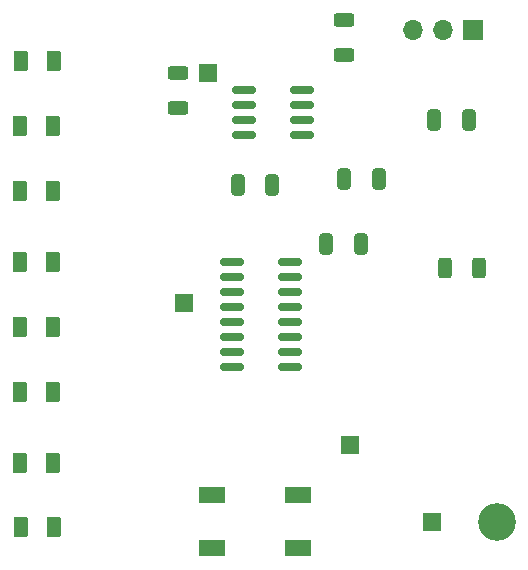
<source format=gts>
G04 #@! TF.GenerationSoftware,KiCad,Pcbnew,8.0.4*
G04 #@! TF.CreationDate,2025-01-10T10:23:46-05:00*
G04 #@! TF.ProjectId,555 Blink-a-tron SMD,35353520-426c-4696-9e6b-2d612d74726f,rev?*
G04 #@! TF.SameCoordinates,Original*
G04 #@! TF.FileFunction,Soldermask,Top*
G04 #@! TF.FilePolarity,Negative*
%FSLAX46Y46*%
G04 Gerber Fmt 4.6, Leading zero omitted, Abs format (unit mm)*
G04 Created by KiCad (PCBNEW 8.0.4) date 2025-01-10 10:23:46*
%MOMM*%
%LPD*%
G01*
G04 APERTURE LIST*
G04 Aperture macros list*
%AMRoundRect*
0 Rectangle with rounded corners*
0 $1 Rounding radius*
0 $2 $3 $4 $5 $6 $7 $8 $9 X,Y pos of 4 corners*
0 Add a 4 corners polygon primitive as box body*
4,1,4,$2,$3,$4,$5,$6,$7,$8,$9,$2,$3,0*
0 Add four circle primitives for the rounded corners*
1,1,$1+$1,$2,$3*
1,1,$1+$1,$4,$5*
1,1,$1+$1,$6,$7*
1,1,$1+$1,$8,$9*
0 Add four rect primitives between the rounded corners*
20,1,$1+$1,$2,$3,$4,$5,0*
20,1,$1+$1,$4,$5,$6,$7,0*
20,1,$1+$1,$6,$7,$8,$9,0*
20,1,$1+$1,$8,$9,$2,$3,0*%
G04 Aperture macros list end*
%ADD10R,1.500000X1.500000*%
%ADD11RoundRect,0.250000X0.375000X0.625000X-0.375000X0.625000X-0.375000X-0.625000X0.375000X-0.625000X0*%
%ADD12RoundRect,0.150000X-0.825000X-0.150000X0.825000X-0.150000X0.825000X0.150000X-0.825000X0.150000X0*%
%ADD13RoundRect,0.250000X-0.325000X-0.650000X0.325000X-0.650000X0.325000X0.650000X-0.325000X0.650000X0*%
%ADD14RoundRect,0.250000X0.312500X0.625000X-0.312500X0.625000X-0.312500X-0.625000X0.312500X-0.625000X0*%
%ADD15RoundRect,0.250000X0.625000X-0.312500X0.625000X0.312500X-0.625000X0.312500X-0.625000X-0.312500X0*%
%ADD16C,3.200000*%
%ADD17R,2.300000X1.400000*%
%ADD18R,1.700000X1.700000*%
%ADD19O,1.700000X1.700000*%
G04 APERTURE END LIST*
D10*
X140000000Y-95500000D03*
D11*
X107900000Y-84500000D03*
X105100000Y-84500000D03*
D12*
X123025000Y-73555000D03*
X123025000Y-74825000D03*
X123025000Y-76095000D03*
X123025000Y-77365000D03*
X123025000Y-78635000D03*
X123025000Y-79905000D03*
X123025000Y-81175000D03*
X123025000Y-82445000D03*
X127975000Y-82445000D03*
X127975000Y-81175000D03*
X127975000Y-79905000D03*
X127975000Y-78635000D03*
X127975000Y-77365000D03*
X127975000Y-76095000D03*
X127975000Y-74825000D03*
X127975000Y-73555000D03*
D13*
X123525000Y-67000000D03*
X126475000Y-67000000D03*
D11*
X107900000Y-73500000D03*
X105100000Y-73500000D03*
D12*
X124050000Y-59000000D03*
X124050000Y-60270000D03*
X124050000Y-61540000D03*
X124050000Y-62810000D03*
X129000000Y-62810000D03*
X129000000Y-61540000D03*
X129000000Y-60270000D03*
X129000000Y-59000000D03*
D14*
X144000000Y-74000000D03*
X141075000Y-74000000D03*
D11*
X107900000Y-90500000D03*
X105100000Y-90500000D03*
X107900000Y-62000000D03*
X105100000Y-62000000D03*
D10*
X119000000Y-77000000D03*
X121000000Y-57500000D03*
D15*
X132500000Y-55962500D03*
X132500000Y-53037500D03*
D11*
X107900000Y-67500000D03*
X105100000Y-67500000D03*
D16*
X145500000Y-95500000D03*
D10*
X133000000Y-89000000D03*
D17*
X128650000Y-97750000D03*
X121350000Y-97750000D03*
X128650000Y-93250000D03*
X121350000Y-93250000D03*
D13*
X131050000Y-72000000D03*
X134000000Y-72000000D03*
D11*
X108000000Y-96000000D03*
X105200000Y-96000000D03*
X107900000Y-79000000D03*
X105100000Y-79000000D03*
D15*
X118500000Y-60462500D03*
X118500000Y-57537500D03*
D13*
X140150000Y-61500000D03*
X143100000Y-61500000D03*
X132525000Y-66500000D03*
X135475000Y-66500000D03*
D18*
X143480000Y-53900000D03*
D19*
X140940000Y-53900000D03*
X138400000Y-53900000D03*
D11*
X108000000Y-56500000D03*
X105200000Y-56500000D03*
M02*

</source>
